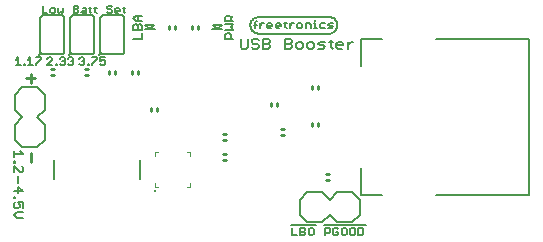
<source format=gto>
G75*
G70*
%OFA0B0*%
%FSLAX24Y24*%
%IPPOS*%
%LPD*%
%AMOC8*
5,1,8,0,0,1.08239X$1,22.5*
%
%ADD10C,0.0080*%
%ADD11C,0.0110*%
%ADD12C,0.0050*%
%ADD13C,0.0060*%
%ADD14C,0.0100*%
%ADD15C,0.0070*%
%ADD16C,0.0040*%
%ADD17C,0.0118*%
D10*
X000930Y003269D02*
X001430Y003269D01*
X001680Y003519D01*
X001680Y004019D01*
X001430Y004269D01*
X001680Y004519D01*
X001680Y005019D01*
X001430Y005269D01*
X000930Y005269D01*
X000680Y005019D01*
X000680Y004519D01*
X000930Y004269D01*
X000680Y004019D01*
X000680Y003519D01*
X000930Y003269D01*
X008780Y007056D02*
X011180Y007056D01*
X011211Y007061D01*
X011241Y007069D01*
X011269Y007080D01*
X011297Y007094D01*
X011322Y007112D01*
X011346Y007132D01*
X011367Y007154D01*
X011385Y007179D01*
X011401Y007206D01*
X011413Y007234D01*
X011423Y007264D01*
X011429Y007294D01*
X011431Y007325D01*
X011430Y007356D01*
X011428Y007386D01*
X011423Y007416D01*
X011414Y007445D01*
X011401Y007472D01*
X011386Y007498D01*
X011367Y007522D01*
X011346Y007543D01*
X011322Y007562D01*
X011296Y007577D01*
X011269Y007590D01*
X011240Y007599D01*
X011210Y007604D01*
X011180Y007606D01*
X008830Y007606D01*
X008799Y007607D01*
X008768Y007605D01*
X008738Y007599D01*
X008708Y007590D01*
X008680Y007577D01*
X008653Y007561D01*
X008628Y007543D01*
X008606Y007522D01*
X008586Y007498D01*
X008568Y007473D01*
X008554Y007445D01*
X008543Y007416D01*
X008535Y007387D01*
X008530Y007356D01*
X008529Y007325D01*
X008531Y007294D01*
X008537Y007264D01*
X008546Y007234D01*
X008559Y007206D01*
X008575Y007179D01*
X008593Y007154D01*
X008614Y007132D01*
X008638Y007112D01*
X008663Y007094D01*
X008691Y007080D01*
X008720Y007069D01*
X008750Y007061D01*
X008780Y007056D01*
X012230Y006869D02*
X012230Y005969D01*
X012230Y006869D02*
X012930Y006869D01*
X014730Y006869D02*
X017830Y006869D01*
X017830Y001669D01*
X014730Y001669D01*
X012930Y001669D02*
X012230Y001669D01*
X012230Y002569D01*
X011930Y001769D02*
X011430Y001769D01*
X011180Y001519D01*
X010930Y001769D01*
X010430Y001769D01*
X010180Y001519D01*
X010180Y001019D01*
X010430Y000769D01*
X010930Y000769D01*
X011180Y001019D01*
X011430Y000769D01*
X011930Y000769D01*
X012180Y001019D01*
X012180Y001519D01*
X011930Y001769D01*
D11*
X001352Y005567D02*
X001058Y005567D01*
X001205Y005714D02*
X001205Y005420D01*
X001215Y003089D02*
X001215Y002782D01*
D12*
X001993Y002834D02*
X001993Y002204D01*
X004867Y002204D02*
X004867Y002834D01*
X009899Y000675D02*
X010727Y000675D01*
X010601Y000575D02*
X010643Y000534D01*
X010643Y000367D01*
X010601Y000325D01*
X010518Y000325D01*
X010476Y000367D01*
X010476Y000534D01*
X010518Y000575D01*
X010601Y000575D01*
X010367Y000534D02*
X010367Y000492D01*
X010325Y000450D01*
X010200Y000450D01*
X010200Y000325D02*
X010200Y000575D01*
X010325Y000575D01*
X010367Y000534D01*
X010325Y000450D02*
X010367Y000408D01*
X010367Y000367D01*
X010325Y000325D01*
X010200Y000325D01*
X010091Y000325D02*
X009924Y000325D01*
X009924Y000575D01*
X010993Y000675D02*
X012374Y000675D01*
X012248Y000575D02*
X012122Y000575D01*
X012122Y000325D01*
X012248Y000325D01*
X012289Y000367D01*
X012289Y000534D01*
X012248Y000575D01*
X012013Y000534D02*
X011971Y000575D01*
X011888Y000575D01*
X011846Y000534D01*
X011846Y000367D01*
X011888Y000325D01*
X011971Y000325D01*
X012013Y000367D01*
X012013Y000534D01*
X011737Y000534D02*
X011737Y000367D01*
X011695Y000325D01*
X011612Y000325D01*
X011570Y000367D01*
X011570Y000534D01*
X011612Y000575D01*
X011695Y000575D01*
X011737Y000534D01*
X011461Y000534D02*
X011419Y000575D01*
X011335Y000575D01*
X011294Y000534D01*
X011294Y000367D01*
X011335Y000325D01*
X011419Y000325D01*
X011461Y000367D01*
X011461Y000450D01*
X011377Y000450D01*
X011184Y000450D02*
X011143Y000408D01*
X011018Y000408D01*
X011018Y000325D02*
X011018Y000575D01*
X011143Y000575D01*
X011184Y000534D01*
X011184Y000450D01*
X003687Y006054D02*
X003646Y006013D01*
X003562Y006013D01*
X003521Y006054D01*
X003521Y006138D02*
X003604Y006179D01*
X003646Y006179D01*
X003687Y006138D01*
X003687Y006054D01*
X003521Y006138D02*
X003521Y006263D01*
X003687Y006263D01*
X003555Y006394D02*
X003493Y006331D01*
X003411Y006263D02*
X003411Y006221D01*
X003244Y006054D01*
X003244Y006013D01*
X003148Y006013D02*
X003106Y006013D01*
X003106Y006054D01*
X003148Y006054D01*
X003148Y006013D01*
X002997Y006054D02*
X002997Y006096D01*
X002955Y006138D01*
X002913Y006138D01*
X002955Y006138D02*
X002997Y006179D01*
X002997Y006221D01*
X002955Y006263D01*
X002872Y006263D01*
X002830Y006221D01*
X002625Y006221D02*
X002583Y006263D01*
X002500Y006263D01*
X002458Y006221D01*
X002349Y006221D02*
X002307Y006263D01*
X002224Y006263D01*
X002182Y006221D01*
X002265Y006138D02*
X002307Y006138D01*
X002349Y006096D01*
X002349Y006054D01*
X002307Y006013D01*
X002224Y006013D01*
X002182Y006054D01*
X002085Y006054D02*
X002085Y006013D01*
X002044Y006013D01*
X002044Y006054D01*
X002085Y006054D01*
X001934Y006013D02*
X001768Y006013D01*
X001934Y006179D01*
X001934Y006221D01*
X001893Y006263D01*
X001809Y006263D01*
X001768Y006221D01*
X001562Y006221D02*
X001562Y006263D01*
X001396Y006263D01*
X001493Y006331D02*
X001555Y006394D01*
X001562Y006221D02*
X001396Y006054D01*
X001396Y006013D01*
X001286Y006013D02*
X001119Y006013D01*
X001203Y006013D02*
X001203Y006263D01*
X001119Y006179D01*
X001023Y006054D02*
X001023Y006013D01*
X000981Y006013D01*
X000981Y006054D01*
X001023Y006054D01*
X000872Y006013D02*
X000705Y006013D01*
X000788Y006013D02*
X000788Y006263D01*
X000705Y006179D01*
X002307Y006138D02*
X002349Y006179D01*
X002349Y006221D01*
X002493Y006331D02*
X002555Y006394D01*
X002625Y006221D02*
X002625Y006179D01*
X002583Y006138D01*
X002625Y006096D01*
X002625Y006054D01*
X002583Y006013D01*
X002500Y006013D01*
X002458Y006054D01*
X002541Y006138D02*
X002583Y006138D01*
X002830Y006054D02*
X002872Y006013D01*
X002955Y006013D01*
X002997Y006054D01*
X003244Y006263D02*
X003411Y006263D01*
X004635Y006888D02*
X004905Y006888D01*
X004905Y007068D01*
X004905Y007182D02*
X004635Y007182D01*
X004635Y007317D01*
X004680Y007362D01*
X004725Y007362D01*
X004770Y007317D01*
X004770Y007182D01*
X004905Y007182D02*
X004905Y007317D01*
X004860Y007362D01*
X004815Y007362D01*
X004770Y007317D01*
X004770Y007477D02*
X004770Y007657D01*
X004725Y007657D02*
X004905Y007657D01*
X004725Y007657D02*
X004635Y007567D01*
X004725Y007477D01*
X004905Y007477D01*
X004352Y007744D02*
X004314Y007782D01*
X004314Y007936D01*
X004352Y007897D02*
X004275Y007897D01*
X004171Y007859D02*
X004171Y007820D01*
X004018Y007820D01*
X004018Y007782D02*
X004018Y007859D01*
X004056Y007897D01*
X004133Y007897D01*
X004171Y007859D01*
X004056Y007744D02*
X004018Y007782D01*
X004056Y007744D02*
X004133Y007744D01*
X003913Y007782D02*
X003875Y007744D01*
X003798Y007744D01*
X003760Y007782D01*
X003798Y007859D02*
X003875Y007859D01*
X003913Y007820D01*
X003913Y007782D01*
X003798Y007859D02*
X003760Y007897D01*
X003760Y007936D01*
X003798Y007974D01*
X003875Y007974D01*
X003913Y007936D01*
X003407Y007897D02*
X003330Y007897D01*
X003368Y007936D02*
X003368Y007782D01*
X003407Y007744D01*
X003235Y007744D02*
X003197Y007782D01*
X003197Y007936D01*
X003235Y007897D02*
X003158Y007897D01*
X003054Y007859D02*
X003054Y007744D01*
X002939Y007744D01*
X002900Y007782D01*
X002939Y007820D01*
X003054Y007820D01*
X003054Y007859D02*
X003015Y007897D01*
X002939Y007897D01*
X002796Y007897D02*
X002758Y007859D01*
X002643Y007859D01*
X002758Y007859D02*
X002796Y007820D01*
X002796Y007782D01*
X002758Y007744D01*
X002643Y007744D01*
X002643Y007974D01*
X002758Y007974D01*
X002796Y007936D01*
X002796Y007897D01*
X002280Y007897D02*
X002280Y007782D01*
X002242Y007744D01*
X002204Y007782D01*
X002165Y007744D01*
X002127Y007782D01*
X002127Y007897D01*
X002023Y007859D02*
X001984Y007897D01*
X001907Y007897D01*
X001869Y007859D01*
X001869Y007782D01*
X001907Y007744D01*
X001984Y007744D01*
X002023Y007782D01*
X002023Y007859D01*
X001765Y007744D02*
X001611Y007744D01*
X001611Y007974D01*
X007697Y007612D02*
X007697Y007477D01*
X007968Y007477D01*
X007877Y007477D02*
X007877Y007612D01*
X007832Y007657D01*
X007742Y007657D01*
X007697Y007612D01*
X007877Y007567D02*
X007968Y007657D01*
X007968Y007362D02*
X007697Y007362D01*
X007877Y007272D02*
X007968Y007362D01*
X007877Y007272D02*
X007968Y007182D01*
X007697Y007182D01*
X007742Y007068D02*
X007697Y007023D01*
X007697Y006888D01*
X007968Y006888D01*
X007877Y006888D02*
X007877Y007023D01*
X007832Y007068D01*
X007742Y007068D01*
D13*
X000958Y000894D02*
X000751Y000894D01*
X000648Y000997D01*
X000751Y001101D01*
X000958Y001101D01*
X000958Y001235D02*
X000958Y001442D01*
X000803Y001442D01*
X000854Y001338D01*
X000854Y001286D01*
X000803Y001235D01*
X000699Y001235D01*
X000648Y001286D01*
X000648Y001390D01*
X000699Y001442D01*
X000699Y001560D02*
X000648Y001560D01*
X000648Y001612D01*
X000699Y001612D01*
X000699Y001560D01*
X000803Y001746D02*
X000803Y001953D01*
X000958Y001797D01*
X000648Y001797D01*
X000803Y002086D02*
X000803Y002293D01*
X000854Y002427D02*
X000906Y002427D01*
X000958Y002479D01*
X000958Y002582D01*
X000906Y002634D01*
X000854Y002427D02*
X000648Y002634D01*
X000648Y002427D01*
X000648Y002753D02*
X000648Y002804D01*
X000699Y002804D01*
X000699Y002753D01*
X000648Y002753D01*
X000648Y002938D02*
X000648Y003145D01*
X000648Y003042D02*
X000958Y003042D01*
X000854Y003145D01*
X001630Y006369D02*
X002230Y006369D01*
X002247Y006371D01*
X002264Y006375D01*
X002280Y006382D01*
X002294Y006392D01*
X002307Y006405D01*
X002317Y006419D01*
X002324Y006435D01*
X002328Y006452D01*
X002330Y006469D01*
X002330Y007569D01*
X002328Y007586D01*
X002324Y007603D01*
X002317Y007619D01*
X002307Y007633D01*
X002294Y007646D01*
X002280Y007656D01*
X002264Y007663D01*
X002247Y007667D01*
X002230Y007669D01*
X001630Y007669D01*
X001613Y007667D01*
X001596Y007663D01*
X001580Y007656D01*
X001566Y007646D01*
X001553Y007633D01*
X001543Y007619D01*
X001536Y007603D01*
X001532Y007586D01*
X001530Y007569D01*
X001530Y006469D01*
X001532Y006452D01*
X001536Y006435D01*
X001543Y006419D01*
X001553Y006405D01*
X001566Y006392D01*
X001580Y006382D01*
X001596Y006375D01*
X001613Y006371D01*
X001630Y006369D01*
X002530Y006469D02*
X002530Y007569D01*
X002532Y007586D01*
X002536Y007603D01*
X002543Y007619D01*
X002553Y007633D01*
X002566Y007646D01*
X002580Y007656D01*
X002596Y007663D01*
X002613Y007667D01*
X002630Y007669D01*
X003230Y007669D01*
X003247Y007667D01*
X003264Y007663D01*
X003280Y007656D01*
X003294Y007646D01*
X003307Y007633D01*
X003317Y007619D01*
X003324Y007603D01*
X003328Y007586D01*
X003330Y007569D01*
X003330Y006469D01*
X003328Y006452D01*
X003324Y006435D01*
X003317Y006419D01*
X003307Y006405D01*
X003294Y006392D01*
X003280Y006382D01*
X003264Y006375D01*
X003247Y006371D01*
X003230Y006369D01*
X002630Y006369D01*
X002613Y006371D01*
X002596Y006375D01*
X002580Y006382D01*
X002566Y006392D01*
X002553Y006405D01*
X002543Y006419D01*
X002536Y006435D01*
X002532Y006452D01*
X002530Y006469D01*
X003530Y006469D02*
X003530Y007569D01*
X003532Y007586D01*
X003536Y007603D01*
X003543Y007619D01*
X003553Y007633D01*
X003566Y007646D01*
X003580Y007656D01*
X003596Y007663D01*
X003613Y007667D01*
X003630Y007669D01*
X004230Y007669D01*
X004247Y007667D01*
X004264Y007663D01*
X004280Y007656D01*
X004294Y007646D01*
X004307Y007633D01*
X004317Y007619D01*
X004324Y007603D01*
X004328Y007586D01*
X004330Y007569D01*
X004330Y006469D01*
X004328Y006452D01*
X004324Y006435D01*
X004317Y006419D01*
X004307Y006405D01*
X004294Y006392D01*
X004280Y006382D01*
X004264Y006375D01*
X004247Y006371D01*
X004230Y006369D01*
X003630Y006369D01*
X003613Y006371D01*
X003596Y006375D01*
X003580Y006382D01*
X003566Y006392D01*
X003553Y006405D01*
X003543Y006419D01*
X003536Y006435D01*
X003532Y006452D01*
X003530Y006469D01*
X008210Y006605D02*
X008267Y006549D01*
X008380Y006549D01*
X008437Y006605D01*
X008437Y006889D01*
X008578Y006832D02*
X008578Y006776D01*
X008635Y006719D01*
X008748Y006719D01*
X008805Y006662D01*
X008805Y006605D01*
X008748Y006549D01*
X008635Y006549D01*
X008578Y006605D01*
X008578Y006832D02*
X008635Y006889D01*
X008748Y006889D01*
X008805Y006832D01*
X008947Y006889D02*
X009117Y006889D01*
X009173Y006832D01*
X009173Y006776D01*
X009117Y006719D01*
X008947Y006719D01*
X009117Y006719D02*
X009173Y006662D01*
X009173Y006605D01*
X009117Y006549D01*
X008947Y006549D01*
X008947Y006889D01*
X008850Y007226D02*
X008850Y007393D01*
X008850Y007310D02*
X008934Y007393D01*
X008975Y007393D01*
X009088Y007351D02*
X009088Y007268D01*
X009130Y007226D01*
X009213Y007226D01*
X009255Y007310D02*
X009088Y007310D01*
X009088Y007351D02*
X009130Y007393D01*
X009213Y007393D01*
X009255Y007351D01*
X009255Y007310D01*
X009374Y007310D02*
X009540Y007310D01*
X009540Y007351D01*
X009499Y007393D01*
X009415Y007393D01*
X009374Y007351D01*
X009374Y007268D01*
X009415Y007226D01*
X009499Y007226D01*
X009701Y007268D02*
X009742Y007226D01*
X009701Y007268D02*
X009701Y007435D01*
X009742Y007393D02*
X009659Y007393D01*
X009849Y007393D02*
X009849Y007226D01*
X009849Y007310D02*
X009933Y007393D01*
X009974Y007393D01*
X010087Y007351D02*
X010087Y007268D01*
X010129Y007226D01*
X010212Y007226D01*
X010254Y007268D01*
X010254Y007351D01*
X010212Y007393D01*
X010129Y007393D01*
X010087Y007351D01*
X010373Y007393D02*
X010373Y007226D01*
X010539Y007226D02*
X010539Y007351D01*
X010498Y007393D01*
X010373Y007393D01*
X010658Y007393D02*
X010700Y007393D01*
X010700Y007226D01*
X010658Y007226D02*
X010742Y007226D01*
X010848Y007268D02*
X010890Y007226D01*
X011015Y007226D01*
X011134Y007226D02*
X011259Y007226D01*
X011301Y007268D01*
X011259Y007310D01*
X011176Y007310D01*
X011134Y007351D01*
X011176Y007393D01*
X011301Y007393D01*
X011015Y007393D02*
X010890Y007393D01*
X010848Y007351D01*
X010848Y007268D01*
X010700Y007476D02*
X010700Y007518D01*
X009910Y006832D02*
X009853Y006889D01*
X009683Y006889D01*
X009683Y006549D01*
X009853Y006549D01*
X009910Y006605D01*
X009910Y006662D01*
X009853Y006719D01*
X009683Y006719D01*
X009853Y006719D02*
X009910Y006776D01*
X009910Y006832D01*
X010052Y006719D02*
X010052Y006605D01*
X010108Y006549D01*
X010222Y006549D01*
X010278Y006605D01*
X010278Y006719D01*
X010222Y006776D01*
X010108Y006776D01*
X010052Y006719D01*
X010420Y006719D02*
X010420Y006605D01*
X010477Y006549D01*
X010590Y006549D01*
X010647Y006605D01*
X010647Y006719D01*
X010590Y006776D01*
X010477Y006776D01*
X010420Y006719D01*
X010788Y006719D02*
X010845Y006776D01*
X011015Y006776D01*
X011157Y006776D02*
X011270Y006776D01*
X011213Y006832D02*
X011213Y006605D01*
X011270Y006549D01*
X011402Y006605D02*
X011402Y006719D01*
X011459Y006776D01*
X011572Y006776D01*
X011629Y006719D01*
X011629Y006662D01*
X011402Y006662D01*
X011402Y006605D02*
X011459Y006549D01*
X011572Y006549D01*
X011770Y006549D02*
X011770Y006776D01*
X011884Y006776D02*
X011941Y006776D01*
X011884Y006776D02*
X011770Y006662D01*
X011015Y006605D02*
X010958Y006549D01*
X010788Y006549D01*
X010845Y006662D02*
X010788Y006719D01*
X010845Y006662D02*
X010958Y006662D01*
X011015Y006605D01*
X008743Y007351D02*
X008660Y007351D01*
X008702Y007435D02*
X008743Y007476D01*
X008702Y007435D02*
X008702Y007226D01*
X008210Y006889D02*
X008210Y006605D01*
D14*
X006780Y007219D02*
X006780Y007319D01*
X006580Y007319D02*
X006580Y007219D01*
X006030Y007219D02*
X006030Y007319D01*
X005830Y007319D02*
X005830Y007219D01*
X003105Y005869D02*
X003005Y005869D01*
X003005Y005669D02*
X003105Y005669D01*
X003830Y005719D02*
X003830Y005819D01*
X004030Y005819D02*
X004030Y005719D01*
X004580Y005719D02*
X004580Y005819D01*
X004780Y005819D02*
X004780Y005719D01*
X005205Y004569D02*
X005205Y004469D01*
X005405Y004469D02*
X005405Y004569D01*
X007630Y003713D02*
X007730Y003713D01*
X007730Y003513D02*
X007630Y003513D01*
X007624Y003056D02*
X007724Y003056D01*
X007724Y002856D02*
X007624Y002856D01*
X009568Y003669D02*
X009668Y003669D01*
X009668Y003869D02*
X009568Y003869D01*
X010580Y003969D02*
X010580Y004069D01*
X010780Y004069D02*
X010780Y003969D01*
X009436Y004656D02*
X009436Y004756D01*
X009236Y004756D02*
X009236Y004656D01*
X010580Y005219D02*
X010580Y005319D01*
X010780Y005319D02*
X010780Y005219D01*
X011068Y002369D02*
X011168Y002369D01*
X011168Y002169D02*
X011068Y002169D01*
X001980Y005669D02*
X001880Y005669D01*
X001880Y005869D02*
X001980Y005869D01*
D15*
X005010Y007199D02*
X005180Y007199D01*
X005030Y007339D01*
X005330Y007339D01*
X005180Y007198D01*
X005180Y007199D02*
X005350Y007199D01*
X007260Y007199D02*
X007430Y007199D01*
X007280Y007339D01*
X007580Y007339D01*
X007430Y007198D01*
X007430Y007199D02*
X007600Y007199D01*
D16*
X006521Y003109D02*
X006422Y003109D01*
X006521Y003109D02*
X006521Y002972D01*
X005438Y003109D02*
X005339Y003109D01*
X005339Y002972D01*
X005339Y002066D02*
X005339Y001928D01*
X005438Y001928D01*
X006422Y001928D02*
X006521Y001928D01*
X006521Y002066D01*
D17*
X005369Y001820D03*
M02*

</source>
